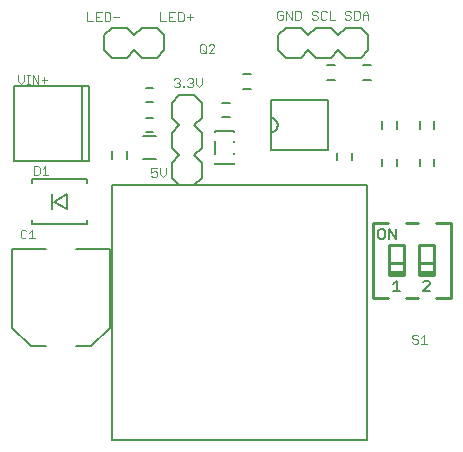
<source format=gto>
G75*
G70*
%OFA0B0*%
%FSLAX24Y24*%
%IPPOS*%
%LPD*%
%AMOC8*
5,1,8,0,0,1.08239X$1,22.5*
%
%ADD10C,0.0030*%
%ADD11C,0.0060*%
%ADD12C,0.0080*%
%ADD13C,0.0050*%
%ADD14C,0.0100*%
D10*
X000680Y007071D02*
X000777Y007071D01*
X000826Y007119D01*
X000927Y007071D02*
X001120Y007071D01*
X001024Y007071D02*
X001024Y007361D01*
X000927Y007264D01*
X000826Y007313D02*
X000777Y007361D01*
X000680Y007361D01*
X000632Y007313D01*
X000632Y007119D01*
X000680Y007071D01*
X001071Y009191D02*
X001217Y009191D01*
X001265Y009239D01*
X001265Y009433D01*
X001217Y009481D01*
X001071Y009481D01*
X001071Y009191D01*
X001366Y009191D02*
X001560Y009191D01*
X001463Y009191D02*
X001463Y009481D01*
X001366Y009384D01*
X001231Y012216D02*
X001231Y012506D01*
X001332Y012361D02*
X001526Y012361D01*
X001429Y012458D02*
X001429Y012264D01*
X001231Y012216D02*
X001037Y012506D01*
X001037Y012216D01*
X000938Y012216D02*
X000841Y012216D01*
X000889Y012216D02*
X000889Y012506D01*
X000841Y012506D02*
X000938Y012506D01*
X000740Y012506D02*
X000740Y012313D01*
X000643Y012216D01*
X000546Y012313D01*
X000546Y012506D01*
X002846Y014316D02*
X003040Y014316D01*
X003141Y014316D02*
X003335Y014316D01*
X003436Y014316D02*
X003581Y014316D01*
X003629Y014364D01*
X003629Y014558D01*
X003581Y014606D01*
X003436Y014606D01*
X003436Y014316D01*
X003238Y014461D02*
X003141Y014461D01*
X003141Y014606D02*
X003141Y014316D01*
X003141Y014606D02*
X003335Y014606D01*
X003730Y014461D02*
X003924Y014461D01*
X002846Y014606D02*
X002846Y014316D01*
X005296Y014316D02*
X005490Y014316D01*
X005591Y014316D02*
X005785Y014316D01*
X005886Y014316D02*
X006031Y014316D01*
X006079Y014364D01*
X006079Y014558D01*
X006031Y014606D01*
X005886Y014606D01*
X005886Y014316D01*
X005688Y014461D02*
X005591Y014461D01*
X005591Y014606D02*
X005591Y014316D01*
X005591Y014606D02*
X005785Y014606D01*
X006180Y014461D02*
X006374Y014461D01*
X006277Y014558D02*
X006277Y014364D01*
X006655Y013536D02*
X006752Y013536D01*
X006801Y013488D01*
X006801Y013294D01*
X006752Y013246D01*
X006655Y013246D01*
X006607Y013294D01*
X006607Y013488D01*
X006655Y013536D01*
X006704Y013343D02*
X006801Y013246D01*
X006902Y013246D02*
X007095Y013439D01*
X007095Y013488D01*
X007047Y013536D01*
X006950Y013536D01*
X006902Y013488D01*
X006902Y013246D02*
X007095Y013246D01*
X006676Y012406D02*
X006676Y012213D01*
X006580Y012116D01*
X006483Y012213D01*
X006483Y012406D01*
X006382Y012358D02*
X006382Y012309D01*
X006334Y012261D01*
X006382Y012213D01*
X006382Y012164D01*
X006334Y012116D01*
X006237Y012116D01*
X006188Y012164D01*
X006089Y012164D02*
X006089Y012116D01*
X006041Y012116D01*
X006041Y012164D01*
X006089Y012164D01*
X005940Y012164D02*
X005892Y012116D01*
X005795Y012116D01*
X005746Y012164D01*
X005843Y012261D02*
X005892Y012261D01*
X005940Y012213D01*
X005940Y012164D01*
X005892Y012261D02*
X005940Y012309D01*
X005940Y012358D01*
X005892Y012406D01*
X005795Y012406D01*
X005746Y012358D01*
X006188Y012358D02*
X006237Y012406D01*
X006334Y012406D01*
X006382Y012358D01*
X006334Y012261D02*
X006285Y012261D01*
X005296Y014316D02*
X005296Y014606D01*
X009196Y014608D02*
X009196Y014414D01*
X009245Y014366D01*
X009342Y014366D01*
X009390Y014414D01*
X009390Y014511D01*
X009293Y014511D01*
X009196Y014608D02*
X009245Y014656D01*
X009342Y014656D01*
X009390Y014608D01*
X009491Y014656D02*
X009685Y014366D01*
X009685Y014656D01*
X009786Y014656D02*
X009931Y014656D01*
X009979Y014608D01*
X009979Y014414D01*
X009931Y014366D01*
X009786Y014366D01*
X009786Y014656D01*
X009491Y014656D02*
X009491Y014366D01*
X010346Y014414D02*
X010395Y014366D01*
X010492Y014366D01*
X010540Y014414D01*
X010540Y014463D01*
X010492Y014511D01*
X010395Y014511D01*
X010346Y014559D01*
X010346Y014608D01*
X010395Y014656D01*
X010492Y014656D01*
X010540Y014608D01*
X010641Y014608D02*
X010641Y014414D01*
X010689Y014366D01*
X010786Y014366D01*
X010835Y014414D01*
X010936Y014366D02*
X011129Y014366D01*
X010936Y014366D02*
X010936Y014656D01*
X010835Y014608D02*
X010786Y014656D01*
X010689Y014656D01*
X010641Y014608D01*
X011446Y014608D02*
X011446Y014559D01*
X011495Y014511D01*
X011592Y014511D01*
X011640Y014463D01*
X011640Y014414D01*
X011592Y014366D01*
X011495Y014366D01*
X011446Y014414D01*
X011446Y014608D02*
X011495Y014656D01*
X011592Y014656D01*
X011640Y014608D01*
X011741Y014656D02*
X011886Y014656D01*
X011935Y014608D01*
X011935Y014414D01*
X011886Y014366D01*
X011741Y014366D01*
X011741Y014656D01*
X012036Y014559D02*
X012036Y014366D01*
X012036Y014511D02*
X012229Y014511D01*
X012229Y014559D02*
X012229Y014366D01*
X012229Y014559D02*
X012132Y014656D01*
X012036Y014559D01*
X005485Y009406D02*
X005485Y009213D01*
X005388Y009116D01*
X005291Y009213D01*
X005291Y009406D01*
X005190Y009406D02*
X004996Y009406D01*
X004996Y009261D01*
X005093Y009309D01*
X005142Y009309D01*
X005190Y009261D01*
X005190Y009164D01*
X005142Y009116D01*
X005045Y009116D01*
X004996Y009164D01*
X013687Y003808D02*
X013687Y003759D01*
X013735Y003711D01*
X013832Y003711D01*
X013881Y003663D01*
X013881Y003614D01*
X013832Y003566D01*
X013735Y003566D01*
X013687Y003614D01*
X013687Y003808D02*
X013735Y003856D01*
X013832Y003856D01*
X013881Y003808D01*
X013982Y003759D02*
X014079Y003856D01*
X014079Y003566D01*
X014175Y003566D02*
X013982Y003566D01*
D11*
X013945Y009483D02*
X013945Y009719D01*
X014418Y009719D02*
X014418Y009483D01*
X014418Y010733D02*
X014418Y010969D01*
X013945Y010969D02*
X013945Y010733D01*
X013168Y010733D02*
X013168Y010969D01*
X012695Y010969D02*
X012695Y010733D01*
X011668Y009919D02*
X011668Y009683D01*
X011195Y009683D02*
X011195Y009919D01*
X012695Y009719D02*
X012695Y009483D01*
X013168Y009483D02*
X013168Y009719D01*
X012300Y012365D02*
X012063Y012365D01*
X012063Y012837D02*
X012300Y012837D01*
X011100Y012837D02*
X010863Y012837D01*
X010863Y012365D02*
X011100Y012365D01*
X008300Y012537D02*
X008063Y012537D01*
X008063Y012065D02*
X008300Y012065D01*
X007600Y011587D02*
X007363Y011587D01*
X007363Y011115D02*
X007600Y011115D01*
X007750Y010661D02*
X007112Y010661D01*
X007112Y010623D01*
X007112Y010306D02*
X007112Y009895D01*
X007112Y009578D02*
X007112Y009541D01*
X007750Y009541D01*
X007750Y009578D01*
X007750Y009895D02*
X007750Y009932D01*
X007750Y010269D02*
X007750Y010306D01*
X007750Y010623D02*
X007750Y010661D01*
X005050Y010615D02*
X004813Y010615D01*
X004813Y011087D02*
X005050Y011087D01*
X005050Y011615D02*
X004813Y011615D01*
X004813Y012087D02*
X005050Y012087D01*
X004168Y009969D02*
X004168Y009733D01*
X003695Y009733D02*
X003695Y009969D01*
D12*
X001481Y003476D02*
X000981Y003476D01*
X000356Y004101D01*
X000356Y006726D01*
X001481Y006726D01*
X001026Y007553D02*
X001026Y007700D01*
X001026Y007553D02*
X002837Y007553D01*
X002837Y007700D01*
X002181Y008051D02*
X001744Y008301D01*
X002181Y008551D01*
X002181Y008051D01*
X001681Y008051D02*
X001681Y008551D01*
X001026Y008902D02*
X001026Y009049D01*
X002837Y009049D01*
X002837Y008902D01*
X003681Y008851D02*
X003681Y000351D01*
X012181Y000351D01*
X012181Y008851D01*
X003681Y008851D01*
X005681Y009101D02*
X005681Y009601D01*
X005931Y009851D01*
X005681Y010101D01*
X005681Y010601D01*
X005931Y010851D01*
X005681Y011101D01*
X005681Y011601D01*
X005931Y011851D01*
X006431Y011851D01*
X006681Y011601D01*
X006681Y011101D01*
X006431Y010851D01*
X006681Y010601D01*
X006681Y010101D01*
X006431Y009851D01*
X006681Y009601D01*
X006681Y009101D01*
X006431Y008851D01*
X005931Y008851D01*
X005681Y009101D01*
X003606Y006726D02*
X003606Y004101D01*
X002981Y003476D01*
X002481Y003476D01*
X002481Y006726D02*
X003606Y006726D01*
X008967Y010005D02*
X010895Y010005D01*
X010895Y011697D01*
X008967Y011697D01*
X008967Y010005D01*
X008967Y010615D02*
X008997Y010617D01*
X009026Y010622D01*
X009054Y010632D01*
X009081Y010644D01*
X009106Y010660D01*
X009129Y010679D01*
X009149Y010701D01*
X009166Y010725D01*
X009181Y010751D01*
X009191Y010778D01*
X009199Y010807D01*
X009203Y010836D01*
X009203Y010866D01*
X009199Y010895D01*
X009191Y010924D01*
X009181Y010951D01*
X009166Y010977D01*
X009149Y011001D01*
X009129Y011023D01*
X009106Y011042D01*
X009081Y011058D01*
X009054Y011070D01*
X009026Y011080D01*
X008997Y011085D01*
X008967Y011087D01*
X009481Y013101D02*
X009981Y013101D01*
X010231Y013351D01*
X010481Y013101D01*
X010981Y013101D01*
X011231Y013351D01*
X011481Y013101D01*
X011981Y013101D01*
X012231Y013351D01*
X012231Y013851D01*
X011981Y014101D01*
X011481Y014101D01*
X011231Y013851D01*
X010981Y014101D01*
X010481Y014101D01*
X010231Y013851D01*
X009981Y014101D01*
X009481Y014101D01*
X009231Y013851D01*
X009231Y013351D01*
X009481Y013101D01*
X005431Y013351D02*
X005181Y013101D01*
X004681Y013101D01*
X004431Y013351D01*
X004181Y013101D01*
X003681Y013101D01*
X003431Y013351D01*
X003431Y013851D01*
X003681Y014101D01*
X004181Y014101D01*
X004431Y013851D01*
X004681Y014101D01*
X005181Y014101D01*
X005431Y013851D01*
X005431Y013351D01*
D13*
X002931Y012151D02*
X002931Y009651D01*
X002681Y009651D01*
X002681Y012151D01*
X002931Y012151D01*
X002681Y012151D02*
X000431Y012151D01*
X000431Y009651D01*
X002681Y009651D01*
X004715Y009707D02*
X005148Y009707D01*
X005148Y010494D02*
X004715Y010494D01*
X012556Y007329D02*
X012556Y007102D01*
X012613Y007046D01*
X012727Y007046D01*
X012783Y007102D01*
X012783Y007329D01*
X012727Y007386D01*
X012613Y007386D01*
X012556Y007329D01*
X012916Y007386D02*
X012916Y007046D01*
X013142Y007046D02*
X013142Y007386D01*
X012916Y007386D02*
X013142Y007046D01*
X013170Y005666D02*
X013170Y005326D01*
X013283Y005326D02*
X013056Y005326D01*
X013056Y005553D02*
X013170Y005666D01*
X014056Y005609D02*
X014113Y005666D01*
X014227Y005666D01*
X014283Y005609D01*
X014283Y005553D01*
X014056Y005326D01*
X014283Y005326D01*
D14*
X014481Y005101D02*
X014981Y005101D01*
X014981Y007601D01*
X014481Y007601D01*
X013881Y007601D02*
X013481Y007601D01*
X012881Y007601D02*
X012381Y007601D01*
X012381Y005101D01*
X012881Y005101D01*
X013481Y005101D02*
X013881Y005101D01*
X013931Y005851D02*
X013931Y006851D01*
X014431Y006851D01*
X014431Y005851D01*
X013931Y005851D01*
X013981Y005951D02*
X014381Y005951D01*
X014381Y006251D02*
X013981Y006251D01*
X013381Y006251D02*
X012981Y006251D01*
X012981Y005951D02*
X013381Y005951D01*
X013431Y005851D02*
X013431Y006851D01*
X012931Y006851D01*
X012931Y005851D01*
X013431Y005851D01*
M02*

</source>
